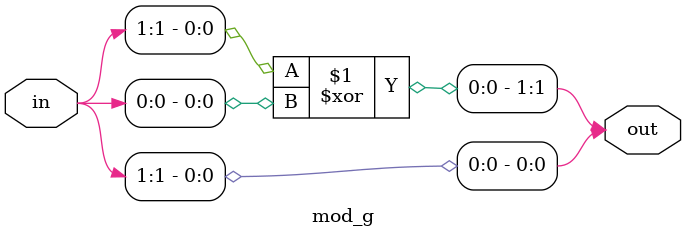
<source format=v>
`timescale 1ns / 1ps
module mod_g(output wire [1:0]out, input wire [1:0]in);
begin
assign out[1]=in[1]^in[0];
assign out[0]=in[1];
end
endmodule

</source>
